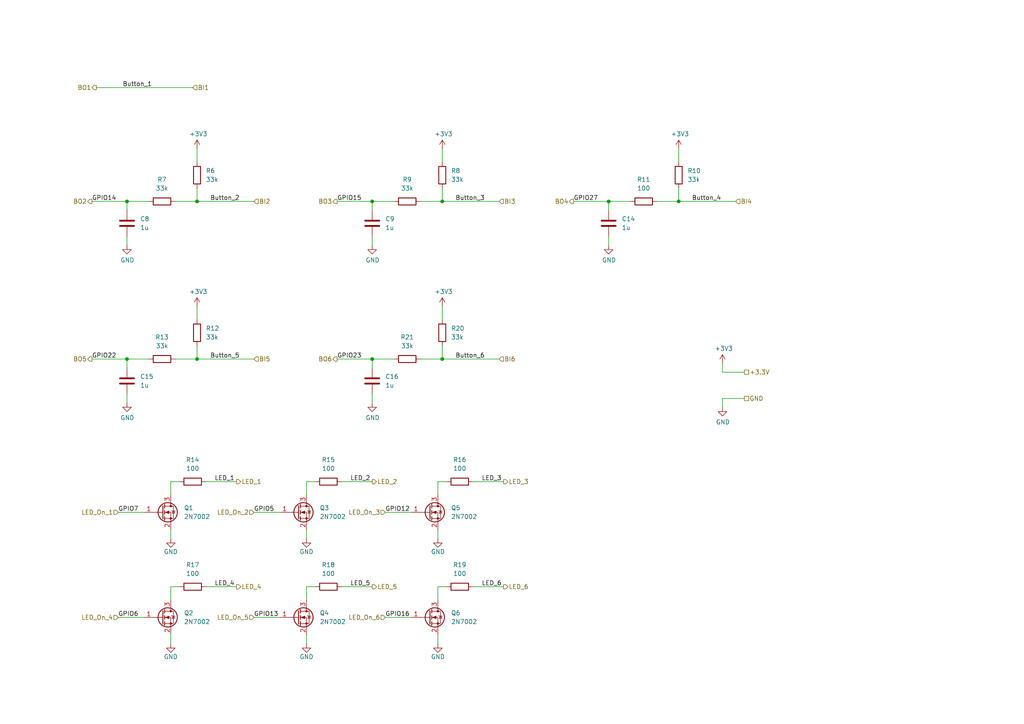
<source format=kicad_sch>
(kicad_sch (version 20211123) (generator eeschema)

  (uuid aa5196b4-9ff1-4a48-a2b4-69a655414ef5)

  (paper "A4")

  (lib_symbols
    (symbol "Device:C" (pin_numbers hide) (pin_names (offset 0.254)) (in_bom yes) (on_board yes)
      (property "Reference" "C" (id 0) (at 0.635 2.54 0)
        (effects (font (size 1.27 1.27)) (justify left))
      )
      (property "Value" "C" (id 1) (at 0.635 -2.54 0)
        (effects (font (size 1.27 1.27)) (justify left))
      )
      (property "Footprint" "" (id 2) (at 0.9652 -3.81 0)
        (effects (font (size 1.27 1.27)) hide)
      )
      (property "Datasheet" "~" (id 3) (at 0 0 0)
        (effects (font (size 1.27 1.27)) hide)
      )
      (property "ki_keywords" "cap capacitor" (id 4) (at 0 0 0)
        (effects (font (size 1.27 1.27)) hide)
      )
      (property "ki_description" "Unpolarized capacitor" (id 5) (at 0 0 0)
        (effects (font (size 1.27 1.27)) hide)
      )
      (property "ki_fp_filters" "C_*" (id 6) (at 0 0 0)
        (effects (font (size 1.27 1.27)) hide)
      )
      (symbol "C_0_1"
        (polyline
          (pts
            (xy -2.032 -0.762)
            (xy 2.032 -0.762)
          )
          (stroke (width 0.508) (type default) (color 0 0 0 0))
          (fill (type none))
        )
        (polyline
          (pts
            (xy -2.032 0.762)
            (xy 2.032 0.762)
          )
          (stroke (width 0.508) (type default) (color 0 0 0 0))
          (fill (type none))
        )
      )
      (symbol "C_1_1"
        (pin passive line (at 0 3.81 270) (length 2.794)
          (name "~" (effects (font (size 1.27 1.27))))
          (number "1" (effects (font (size 1.27 1.27))))
        )
        (pin passive line (at 0 -3.81 90) (length 2.794)
          (name "~" (effects (font (size 1.27 1.27))))
          (number "2" (effects (font (size 1.27 1.27))))
        )
      )
    )
    (symbol "Device:R" (pin_numbers hide) (pin_names (offset 0)) (in_bom yes) (on_board yes)
      (property "Reference" "R" (id 0) (at 2.032 0 90)
        (effects (font (size 1.27 1.27)))
      )
      (property "Value" "R" (id 1) (at 0 0 90)
        (effects (font (size 1.27 1.27)))
      )
      (property "Footprint" "" (id 2) (at -1.778 0 90)
        (effects (font (size 1.27 1.27)) hide)
      )
      (property "Datasheet" "~" (id 3) (at 0 0 0)
        (effects (font (size 1.27 1.27)) hide)
      )
      (property "ki_keywords" "R res resistor" (id 4) (at 0 0 0)
        (effects (font (size 1.27 1.27)) hide)
      )
      (property "ki_description" "Resistor" (id 5) (at 0 0 0)
        (effects (font (size 1.27 1.27)) hide)
      )
      (property "ki_fp_filters" "R_*" (id 6) (at 0 0 0)
        (effects (font (size 1.27 1.27)) hide)
      )
      (symbol "R_0_1"
        (rectangle (start -1.016 -2.54) (end 1.016 2.54)
          (stroke (width 0.254) (type default) (color 0 0 0 0))
          (fill (type none))
        )
      )
      (symbol "R_1_1"
        (pin passive line (at 0 3.81 270) (length 1.27)
          (name "~" (effects (font (size 1.27 1.27))))
          (number "1" (effects (font (size 1.27 1.27))))
        )
        (pin passive line (at 0 -3.81 90) (length 1.27)
          (name "~" (effects (font (size 1.27 1.27))))
          (number "2" (effects (font (size 1.27 1.27))))
        )
      )
    )
    (symbol "Transistor_FET:2N7002" (pin_names hide) (in_bom yes) (on_board yes)
      (property "Reference" "Q" (id 0) (at 5.08 1.905 0)
        (effects (font (size 1.27 1.27)) (justify left))
      )
      (property "Value" "2N7002" (id 1) (at 5.08 0 0)
        (effects (font (size 1.27 1.27)) (justify left))
      )
      (property "Footprint" "Package_TO_SOT_SMD:SOT-23" (id 2) (at 5.08 -1.905 0)
        (effects (font (size 1.27 1.27) italic) (justify left) hide)
      )
      (property "Datasheet" "https://www.onsemi.com/pub/Collateral/NDS7002A-D.PDF" (id 3) (at 0 0 0)
        (effects (font (size 1.27 1.27)) (justify left) hide)
      )
      (property "ki_keywords" "N-Channel Switching MOSFET" (id 4) (at 0 0 0)
        (effects (font (size 1.27 1.27)) hide)
      )
      (property "ki_description" "0.115A Id, 60V Vds, N-Channel MOSFET, SOT-23" (id 5) (at 0 0 0)
        (effects (font (size 1.27 1.27)) hide)
      )
      (property "ki_fp_filters" "SOT?23*" (id 6) (at 0 0 0)
        (effects (font (size 1.27 1.27)) hide)
      )
      (symbol "2N7002_0_1"
        (polyline
          (pts
            (xy 0.254 0)
            (xy -2.54 0)
          )
          (stroke (width 0) (type default) (color 0 0 0 0))
          (fill (type none))
        )
        (polyline
          (pts
            (xy 0.254 1.905)
            (xy 0.254 -1.905)
          )
          (stroke (width 0.254) (type default) (color 0 0 0 0))
          (fill (type none))
        )
        (polyline
          (pts
            (xy 0.762 -1.27)
            (xy 0.762 -2.286)
          )
          (stroke (width 0.254) (type default) (color 0 0 0 0))
          (fill (type none))
        )
        (polyline
          (pts
            (xy 0.762 0.508)
            (xy 0.762 -0.508)
          )
          (stroke (width 0.254) (type default) (color 0 0 0 0))
          (fill (type none))
        )
        (polyline
          (pts
            (xy 0.762 2.286)
            (xy 0.762 1.27)
          )
          (stroke (width 0.254) (type default) (color 0 0 0 0))
          (fill (type none))
        )
        (polyline
          (pts
            (xy 2.54 2.54)
            (xy 2.54 1.778)
          )
          (stroke (width 0) (type default) (color 0 0 0 0))
          (fill (type none))
        )
        (polyline
          (pts
            (xy 2.54 -2.54)
            (xy 2.54 0)
            (xy 0.762 0)
          )
          (stroke (width 0) (type default) (color 0 0 0 0))
          (fill (type none))
        )
        (polyline
          (pts
            (xy 0.762 -1.778)
            (xy 3.302 -1.778)
            (xy 3.302 1.778)
            (xy 0.762 1.778)
          )
          (stroke (width 0) (type default) (color 0 0 0 0))
          (fill (type none))
        )
        (polyline
          (pts
            (xy 1.016 0)
            (xy 2.032 0.381)
            (xy 2.032 -0.381)
            (xy 1.016 0)
          )
          (stroke (width 0) (type default) (color 0 0 0 0))
          (fill (type outline))
        )
        (polyline
          (pts
            (xy 2.794 0.508)
            (xy 2.921 0.381)
            (xy 3.683 0.381)
            (xy 3.81 0.254)
          )
          (stroke (width 0) (type default) (color 0 0 0 0))
          (fill (type none))
        )
        (polyline
          (pts
            (xy 3.302 0.381)
            (xy 2.921 -0.254)
            (xy 3.683 -0.254)
            (xy 3.302 0.381)
          )
          (stroke (width 0) (type default) (color 0 0 0 0))
          (fill (type none))
        )
        (circle (center 1.651 0) (radius 2.794)
          (stroke (width 0.254) (type default) (color 0 0 0 0))
          (fill (type none))
        )
        (circle (center 2.54 -1.778) (radius 0.254)
          (stroke (width 0) (type default) (color 0 0 0 0))
          (fill (type outline))
        )
        (circle (center 2.54 1.778) (radius 0.254)
          (stroke (width 0) (type default) (color 0 0 0 0))
          (fill (type outline))
        )
      )
      (symbol "2N7002_1_1"
        (pin input line (at -5.08 0 0) (length 2.54)
          (name "G" (effects (font (size 1.27 1.27))))
          (number "1" (effects (font (size 1.27 1.27))))
        )
        (pin passive line (at 2.54 -5.08 90) (length 2.54)
          (name "S" (effects (font (size 1.27 1.27))))
          (number "2" (effects (font (size 1.27 1.27))))
        )
        (pin passive line (at 2.54 5.08 270) (length 2.54)
          (name "D" (effects (font (size 1.27 1.27))))
          (number "3" (effects (font (size 1.27 1.27))))
        )
      )
    )
    (symbol "power:+3.3V" (power) (pin_names (offset 0)) (in_bom yes) (on_board yes)
      (property "Reference" "#PWR" (id 0) (at 0 -3.81 0)
        (effects (font (size 1.27 1.27)) hide)
      )
      (property "Value" "+3.3V" (id 1) (at 0 3.556 0)
        (effects (font (size 1.27 1.27)))
      )
      (property "Footprint" "" (id 2) (at 0 0 0)
        (effects (font (size 1.27 1.27)) hide)
      )
      (property "Datasheet" "" (id 3) (at 0 0 0)
        (effects (font (size 1.27 1.27)) hide)
      )
      (property "ki_keywords" "power-flag" (id 4) (at 0 0 0)
        (effects (font (size 1.27 1.27)) hide)
      )
      (property "ki_description" "Power symbol creates a global label with name \"+3.3V\"" (id 5) (at 0 0 0)
        (effects (font (size 1.27 1.27)) hide)
      )
      (symbol "+3.3V_0_1"
        (polyline
          (pts
            (xy -0.762 1.27)
            (xy 0 2.54)
          )
          (stroke (width 0) (type default) (color 0 0 0 0))
          (fill (type none))
        )
        (polyline
          (pts
            (xy 0 0)
            (xy 0 2.54)
          )
          (stroke (width 0) (type default) (color 0 0 0 0))
          (fill (type none))
        )
        (polyline
          (pts
            (xy 0 2.54)
            (xy 0.762 1.27)
          )
          (stroke (width 0) (type default) (color 0 0 0 0))
          (fill (type none))
        )
      )
      (symbol "+3.3V_1_1"
        (pin power_in line (at 0 0 90) (length 0) hide
          (name "+3V3" (effects (font (size 1.27 1.27))))
          (number "1" (effects (font (size 1.27 1.27))))
        )
      )
    )
    (symbol "power:GND" (power) (pin_names (offset 0)) (in_bom yes) (on_board yes)
      (property "Reference" "#PWR" (id 0) (at 0 -6.35 0)
        (effects (font (size 1.27 1.27)) hide)
      )
      (property "Value" "GND" (id 1) (at 0 -3.81 0)
        (effects (font (size 1.27 1.27)))
      )
      (property "Footprint" "" (id 2) (at 0 0 0)
        (effects (font (size 1.27 1.27)) hide)
      )
      (property "Datasheet" "" (id 3) (at 0 0 0)
        (effects (font (size 1.27 1.27)) hide)
      )
      (property "ki_keywords" "power-flag" (id 4) (at 0 0 0)
        (effects (font (size 1.27 1.27)) hide)
      )
      (property "ki_description" "Power symbol creates a global label with name \"GND\" , ground" (id 5) (at 0 0 0)
        (effects (font (size 1.27 1.27)) hide)
      )
      (symbol "GND_0_1"
        (polyline
          (pts
            (xy 0 0)
            (xy 0 -1.27)
            (xy 1.27 -1.27)
            (xy 0 -2.54)
            (xy -1.27 -1.27)
            (xy 0 -1.27)
          )
          (stroke (width 0) (type default) (color 0 0 0 0))
          (fill (type none))
        )
      )
      (symbol "GND_1_1"
        (pin power_in line (at 0 0 270) (length 0) hide
          (name "GND" (effects (font (size 1.27 1.27))))
          (number "1" (effects (font (size 1.27 1.27))))
        )
      )
    )
  )

  (junction (at 128.27 104.14) (diameter 0) (color 0 0 0 0)
    (uuid 3731cd5c-9d4b-4c71-967a-5230a61d391e)
  )
  (junction (at 36.83 104.14) (diameter 0) (color 0 0 0 0)
    (uuid 48016fe7-41f9-4df4-b141-98b6f1ec379b)
  )
  (junction (at 107.95 104.14) (diameter 0) (color 0 0 0 0)
    (uuid 5ef85e9c-6f0a-4b09-b638-2d227aaeae76)
  )
  (junction (at 57.15 58.42) (diameter 0) (color 0 0 0 0)
    (uuid 61f39aaf-adbf-4ee1-928c-8d9f32207bd3)
  )
  (junction (at 176.53 58.42) (diameter 0) (color 0 0 0 0)
    (uuid 6ebf2897-9606-4f4b-8d9b-b1bcbc9d6184)
  )
  (junction (at 57.15 104.14) (diameter 0) (color 0 0 0 0)
    (uuid ad3e859a-4b58-4079-907e-ce77b2706a9b)
  )
  (junction (at 36.83 58.42) (diameter 0) (color 0 0 0 0)
    (uuid cde7bc7b-69e5-44bd-83c8-1eb252f596c2)
  )
  (junction (at 107.95 58.42) (diameter 0) (color 0 0 0 0)
    (uuid d2e9346d-7a35-4cab-b8cc-557fd4e92c2d)
  )
  (junction (at 196.85 58.42) (diameter 0) (color 0 0 0 0)
    (uuid d82ebd40-ab54-4325-ab58-8be6321678d9)
  )
  (junction (at 128.27 58.42) (diameter 0) (color 0 0 0 0)
    (uuid e43b2896-6c9f-4ffb-9ba0-f1de9217a8a0)
  )

  (wire (pts (xy 128.27 54.61) (xy 128.27 58.42))
    (stroke (width 0) (type default) (color 0 0 0 0))
    (uuid 02f11925-479a-4f85-9732-48e5a44642b9)
  )
  (wire (pts (xy 36.83 106.68) (xy 36.83 104.14))
    (stroke (width 0) (type default) (color 0 0 0 0))
    (uuid 09228d1f-a923-4cfb-abe5-1e52be6e9de7)
  )
  (wire (pts (xy 127 184.15) (xy 127 186.69))
    (stroke (width 0) (type default) (color 0 0 0 0))
    (uuid 0c603b5b-0856-4a81-a8ef-877895e49e9a)
  )
  (wire (pts (xy 26.67 58.42) (xy 36.83 58.42))
    (stroke (width 0) (type default) (color 0 0 0 0))
    (uuid 0f95ea57-1537-4df0-a4f4-f1dc9869e7a8)
  )
  (wire (pts (xy 166.37 58.42) (xy 176.53 58.42))
    (stroke (width 0) (type default) (color 0 0 0 0))
    (uuid 13f42faa-4c06-46c4-8bc0-15bc85fcbc4a)
  )
  (wire (pts (xy 127 139.7) (xy 127 143.51))
    (stroke (width 0) (type default) (color 0 0 0 0))
    (uuid 212220b0-9712-474a-b818-2a21c9d8524e)
  )
  (wire (pts (xy 88.9 170.18) (xy 88.9 173.99))
    (stroke (width 0) (type default) (color 0 0 0 0))
    (uuid 229ae76e-99b0-4120-8275-1f1b45bb26ea)
  )
  (wire (pts (xy 137.16 170.18) (xy 146.05 170.18))
    (stroke (width 0) (type default) (color 0 0 0 0))
    (uuid 2477fafb-e300-4471-ae5f-d07f8855d7a8)
  )
  (wire (pts (xy 49.53 153.67) (xy 49.53 156.21))
    (stroke (width 0) (type default) (color 0 0 0 0))
    (uuid 2a916219-b541-409d-a6af-5d8a9a2646de)
  )
  (wire (pts (xy 36.83 68.58) (xy 36.83 71.12))
    (stroke (width 0) (type default) (color 0 0 0 0))
    (uuid 2c3237a7-d6e1-48b9-9db1-c5701c397681)
  )
  (wire (pts (xy 121.92 58.42) (xy 128.27 58.42))
    (stroke (width 0) (type default) (color 0 0 0 0))
    (uuid 2e6fa441-6ed5-489f-a920-214ae200c0d4)
  )
  (wire (pts (xy 27.94 25.4) (xy 55.88 25.4))
    (stroke (width 0) (type default) (color 0 0 0 0))
    (uuid 31314d1d-9350-4b36-a713-6afa84c82318)
  )
  (wire (pts (xy 128.27 100.33) (xy 128.27 104.14))
    (stroke (width 0) (type default) (color 0 0 0 0))
    (uuid 31cd0840-992f-4db9-8835-edcce1351510)
  )
  (wire (pts (xy 36.83 58.42) (xy 43.18 58.42))
    (stroke (width 0) (type default) (color 0 0 0 0))
    (uuid 3a321310-3771-417f-8d79-3eb632ac2b2b)
  )
  (wire (pts (xy 50.8 58.42) (xy 57.15 58.42))
    (stroke (width 0) (type default) (color 0 0 0 0))
    (uuid 3bca6314-bd84-4413-b253-6a11933203d0)
  )
  (wire (pts (xy 176.53 60.96) (xy 176.53 58.42))
    (stroke (width 0) (type default) (color 0 0 0 0))
    (uuid 3c7dcb87-41e8-43ba-96dc-02b197fdd5df)
  )
  (wire (pts (xy 36.83 60.96) (xy 36.83 58.42))
    (stroke (width 0) (type default) (color 0 0 0 0))
    (uuid 3ee10918-808b-4ac0-9304-0f830a25fc8d)
  )
  (wire (pts (xy 107.95 114.3) (xy 107.95 116.84))
    (stroke (width 0) (type default) (color 0 0 0 0))
    (uuid 41b95add-40e2-40a8-a298-45db4f5d3b40)
  )
  (wire (pts (xy 88.9 139.7) (xy 88.9 143.51))
    (stroke (width 0) (type default) (color 0 0 0 0))
    (uuid 42db4a32-0111-4e5b-aa84-ff172870ea7c)
  )
  (wire (pts (xy 26.67 104.14) (xy 36.83 104.14))
    (stroke (width 0) (type default) (color 0 0 0 0))
    (uuid 4a391483-35e2-4496-aea6-51c91e90d47b)
  )
  (wire (pts (xy 57.15 104.14) (xy 73.66 104.14))
    (stroke (width 0) (type default) (color 0 0 0 0))
    (uuid 4a5f200b-8584-4662-8635-7ca8db8dd465)
  )
  (wire (pts (xy 57.15 88.9) (xy 57.15 92.71))
    (stroke (width 0) (type default) (color 0 0 0 0))
    (uuid 4a942884-798c-43e4-b60a-73e28fbd72e1)
  )
  (wire (pts (xy 49.53 170.18) (xy 49.53 173.99))
    (stroke (width 0) (type default) (color 0 0 0 0))
    (uuid 4acb4821-6afd-490b-9a4e-41bb9d1bc5dd)
  )
  (wire (pts (xy 196.85 54.61) (xy 196.85 58.42))
    (stroke (width 0) (type default) (color 0 0 0 0))
    (uuid 4c5afe05-c743-4c90-90ea-7db3197bae9b)
  )
  (wire (pts (xy 121.92 104.14) (xy 128.27 104.14))
    (stroke (width 0) (type default) (color 0 0 0 0))
    (uuid 4fa74ecf-4634-4c14-ad85-91b32ec402ea)
  )
  (wire (pts (xy 91.44 170.18) (xy 88.9 170.18))
    (stroke (width 0) (type default) (color 0 0 0 0))
    (uuid 50baa751-38e7-411b-94d6-c549262c903a)
  )
  (wire (pts (xy 107.95 68.58) (xy 107.95 71.12))
    (stroke (width 0) (type default) (color 0 0 0 0))
    (uuid 522c9247-5684-4001-aad3-4416c39c5364)
  )
  (wire (pts (xy 34.29 148.59) (xy 41.91 148.59))
    (stroke (width 0) (type default) (color 0 0 0 0))
    (uuid 55a6fb7e-c45e-480c-9944-3c87b67e1cb0)
  )
  (wire (pts (xy 127 170.18) (xy 127 173.99))
    (stroke (width 0) (type default) (color 0 0 0 0))
    (uuid 63048ebf-a466-4d43-a545-dc0e1d13f0d0)
  )
  (wire (pts (xy 36.83 114.3) (xy 36.83 116.84))
    (stroke (width 0) (type default) (color 0 0 0 0))
    (uuid 63657f77-7e05-4113-8ea2-7eb2801e2407)
  )
  (wire (pts (xy 57.15 54.61) (xy 57.15 58.42))
    (stroke (width 0) (type default) (color 0 0 0 0))
    (uuid 657aab50-2678-4646-93ab-c3b680b9a365)
  )
  (wire (pts (xy 107.95 104.14) (xy 114.3 104.14))
    (stroke (width 0) (type default) (color 0 0 0 0))
    (uuid 66de906c-b243-4413-abbc-46442026a014)
  )
  (wire (pts (xy 137.16 139.7) (xy 146.05 139.7))
    (stroke (width 0) (type default) (color 0 0 0 0))
    (uuid 66e40e90-4790-4d7b-a841-f3d87783be6f)
  )
  (wire (pts (xy 57.15 100.33) (xy 57.15 104.14))
    (stroke (width 0) (type default) (color 0 0 0 0))
    (uuid 6a88cac5-f1e3-4338-855d-02819ca01491)
  )
  (wire (pts (xy 129.54 170.18) (xy 127 170.18))
    (stroke (width 0) (type default) (color 0 0 0 0))
    (uuid 6b409ed0-220f-415c-9b70-49e48171b28c)
  )
  (wire (pts (xy 49.53 139.7) (xy 49.53 143.51))
    (stroke (width 0) (type default) (color 0 0 0 0))
    (uuid 6c321fba-bafc-4849-8fff-4ee6f7e1d33d)
  )
  (wire (pts (xy 88.9 153.67) (xy 88.9 156.21))
    (stroke (width 0) (type default) (color 0 0 0 0))
    (uuid 6f9dc19b-ad56-4248-9e51-a789d277b335)
  )
  (wire (pts (xy 73.66 148.59) (xy 81.28 148.59))
    (stroke (width 0) (type default) (color 0 0 0 0))
    (uuid 724eb0b1-3da6-47c5-82f0-6d4f09d7587e)
  )
  (wire (pts (xy 52.07 139.7) (xy 49.53 139.7))
    (stroke (width 0) (type default) (color 0 0 0 0))
    (uuid 7613b462-87a5-45b0-b85a-3eb8d51d7db1)
  )
  (wire (pts (xy 107.95 58.42) (xy 114.3 58.42))
    (stroke (width 0) (type default) (color 0 0 0 0))
    (uuid 76a389c9-3296-4b74-81a1-bc7e5a73f512)
  )
  (wire (pts (xy 128.27 88.9) (xy 128.27 92.71))
    (stroke (width 0) (type default) (color 0 0 0 0))
    (uuid 7b779d7f-38a1-48f5-ba8d-7a9444473f00)
  )
  (wire (pts (xy 209.55 115.57) (xy 215.9 115.57))
    (stroke (width 0) (type default) (color 0 0 0 0))
    (uuid 7c2d84b3-b0b0-45a0-be35-f57aee9c9a48)
  )
  (wire (pts (xy 99.06 139.7) (xy 107.95 139.7))
    (stroke (width 0) (type default) (color 0 0 0 0))
    (uuid 7e47497c-5ab0-43c5-8e0b-30c3b9f62c46)
  )
  (wire (pts (xy 107.95 106.68) (xy 107.95 104.14))
    (stroke (width 0) (type default) (color 0 0 0 0))
    (uuid 7f9f995a-16ff-4d2c-b5d8-c81465cd9b32)
  )
  (wire (pts (xy 36.83 104.14) (xy 43.18 104.14))
    (stroke (width 0) (type default) (color 0 0 0 0))
    (uuid 810ce9fc-8a66-4527-9358-94c84f9d7e65)
  )
  (wire (pts (xy 128.27 58.42) (xy 144.78 58.42))
    (stroke (width 0) (type default) (color 0 0 0 0))
    (uuid 853425a8-d7c0-4333-bb8c-a805952a56da)
  )
  (wire (pts (xy 49.53 184.15) (xy 49.53 186.69))
    (stroke (width 0) (type default) (color 0 0 0 0))
    (uuid 8983f580-166a-43d3-9897-27b7d97af4a5)
  )
  (wire (pts (xy 128.27 43.18) (xy 128.27 46.99))
    (stroke (width 0) (type default) (color 0 0 0 0))
    (uuid 8a71a6f0-d7d6-4e74-bf03-0ccbf8fb5541)
  )
  (wire (pts (xy 52.07 170.18) (xy 49.53 170.18))
    (stroke (width 0) (type default) (color 0 0 0 0))
    (uuid 8bb09c8a-51a2-466e-9ee7-60ce431efa8a)
  )
  (wire (pts (xy 209.55 105.41) (xy 209.55 107.95))
    (stroke (width 0) (type default) (color 0 0 0 0))
    (uuid 97c8f66c-d4dd-4ce7-93de-a3a2f5ccd3d7)
  )
  (wire (pts (xy 129.54 139.7) (xy 127 139.7))
    (stroke (width 0) (type default) (color 0 0 0 0))
    (uuid 9fb867eb-0c8c-47c6-9237-421c229bcaff)
  )
  (wire (pts (xy 111.76 148.59) (xy 119.38 148.59))
    (stroke (width 0) (type default) (color 0 0 0 0))
    (uuid 9febccc3-8614-49a7-b0aa-defb0c77739a)
  )
  (wire (pts (xy 209.55 107.95) (xy 215.9 107.95))
    (stroke (width 0) (type default) (color 0 0 0 0))
    (uuid a126dc68-ee56-468f-8f86-588a41a6a5a3)
  )
  (wire (pts (xy 190.5 58.42) (xy 196.85 58.42))
    (stroke (width 0) (type default) (color 0 0 0 0))
    (uuid a5ce32cb-f25f-42a4-8a35-bc8e9453cda9)
  )
  (wire (pts (xy 99.06 170.18) (xy 107.95 170.18))
    (stroke (width 0) (type default) (color 0 0 0 0))
    (uuid b0bd723c-daa3-40f9-b64c-4f3d81c29577)
  )
  (wire (pts (xy 57.15 58.42) (xy 73.66 58.42))
    (stroke (width 0) (type default) (color 0 0 0 0))
    (uuid b2f01736-f923-4ca5-9287-145cd50f270f)
  )
  (wire (pts (xy 34.29 179.07) (xy 41.91 179.07))
    (stroke (width 0) (type default) (color 0 0 0 0))
    (uuid b92e27bb-c444-4a17-875b-bf7d3ffdf0e7)
  )
  (wire (pts (xy 88.9 184.15) (xy 88.9 186.69))
    (stroke (width 0) (type default) (color 0 0 0 0))
    (uuid ba07f0ad-0f74-4386-9306-d6f3c97fde16)
  )
  (wire (pts (xy 107.95 60.96) (xy 107.95 58.42))
    (stroke (width 0) (type default) (color 0 0 0 0))
    (uuid bd364256-2184-457f-98b3-feb9d61f88f7)
  )
  (wire (pts (xy 209.55 118.11) (xy 209.55 115.57))
    (stroke (width 0) (type default) (color 0 0 0 0))
    (uuid bd6726b1-3407-4045-b6fc-b3c1b55dc86c)
  )
  (wire (pts (xy 196.85 58.42) (xy 213.36 58.42))
    (stroke (width 0) (type default) (color 0 0 0 0))
    (uuid c456e8e4-903d-4fc7-a6c6-e048c0c074b0)
  )
  (wire (pts (xy 91.44 139.7) (xy 88.9 139.7))
    (stroke (width 0) (type default) (color 0 0 0 0))
    (uuid c6863657-76db-4981-8565-6f495412cd6d)
  )
  (wire (pts (xy 128.27 104.14) (xy 144.78 104.14))
    (stroke (width 0) (type default) (color 0 0 0 0))
    (uuid cb886a2d-7ea6-4e36-93f5-3070f4c4ca33)
  )
  (wire (pts (xy 59.69 170.18) (xy 68.58 170.18))
    (stroke (width 0) (type default) (color 0 0 0 0))
    (uuid d014f2e7-3ad1-4416-a608-0b222b7e9f5f)
  )
  (wire (pts (xy 97.79 104.14) (xy 107.95 104.14))
    (stroke (width 0) (type default) (color 0 0 0 0))
    (uuid d2fc39aa-7969-4b0e-8ae5-ca0eb629299e)
  )
  (wire (pts (xy 127 153.67) (xy 127 156.21))
    (stroke (width 0) (type default) (color 0 0 0 0))
    (uuid d3f70a69-354a-4f93-a919-0533832de032)
  )
  (wire (pts (xy 176.53 58.42) (xy 182.88 58.42))
    (stroke (width 0) (type default) (color 0 0 0 0))
    (uuid d6a1d949-1730-4da5-b43c-3dd6d011a9f3)
  )
  (wire (pts (xy 59.69 139.7) (xy 68.58 139.7))
    (stroke (width 0) (type default) (color 0 0 0 0))
    (uuid df203405-17fb-48d4-bdb4-a40432ed3e0b)
  )
  (wire (pts (xy 111.76 179.07) (xy 119.38 179.07))
    (stroke (width 0) (type default) (color 0 0 0 0))
    (uuid e5cc63ec-27bf-4ecc-ac69-937c9aef5f96)
  )
  (wire (pts (xy 97.79 58.42) (xy 107.95 58.42))
    (stroke (width 0) (type default) (color 0 0 0 0))
    (uuid ec34a7b6-7726-47b0-b708-0352bab121e0)
  )
  (wire (pts (xy 176.53 68.58) (xy 176.53 71.12))
    (stroke (width 0) (type default) (color 0 0 0 0))
    (uuid f63b7176-de3e-4958-a2f6-e2d64bd50f43)
  )
  (wire (pts (xy 73.66 179.07) (xy 81.28 179.07))
    (stroke (width 0) (type default) (color 0 0 0 0))
    (uuid f6ca18f2-ff45-44b4-8e0b-ff9e6b6a99f4)
  )
  (wire (pts (xy 57.15 43.18) (xy 57.15 46.99))
    (stroke (width 0) (type default) (color 0 0 0 0))
    (uuid f85ed3fb-6f66-4ea5-a6fc-2d288a5d155d)
  )
  (wire (pts (xy 196.85 43.18) (xy 196.85 46.99))
    (stroke (width 0) (type default) (color 0 0 0 0))
    (uuid fab26f45-b131-4f6c-bcf5-b97a2f3f0fac)
  )
  (wire (pts (xy 50.8 104.14) (xy 57.15 104.14))
    (stroke (width 0) (type default) (color 0 0 0 0))
    (uuid fc7bd1b3-c6bb-431a-b336-3f76185ca99b)
  )

  (label "GPIO5" (at 73.66 148.59 0)
    (effects (font (size 1.27 1.27)) (justify left bottom))
    (uuid 0fc33a6c-12c8-42b6-b504-fcea56791056)
  )
  (label "GPIO7" (at 34.29 148.59 0)
    (effects (font (size 1.27 1.27)) (justify left bottom))
    (uuid 0ff99257-1630-40eb-87af-9116baed6d8e)
  )
  (label "GPIO14" (at 26.67 58.42 0)
    (effects (font (size 1.27 1.27)) (justify left bottom))
    (uuid 240968d9-342e-44ee-b643-87a42d4c29bb)
  )
  (label "GPIO23" (at 97.79 104.14 0)
    (effects (font (size 1.27 1.27)) (justify left bottom))
    (uuid 35eda14c-3978-46fc-b368-fdc5d6b32ede)
  )
  (label "LED_3" (at 139.7 139.7 0)
    (effects (font (size 1.27 1.27)) (justify left bottom))
    (uuid 3df16b48-84eb-49fb-9b93-8966ffedd363)
  )
  (label "LED_1" (at 62.23 139.7 0)
    (effects (font (size 1.27 1.27)) (justify left bottom))
    (uuid 3e1c34df-9c51-4672-99ef-ac0cec6cda24)
  )
  (label "Button_6" (at 132.08 104.14 0)
    (effects (font (size 1.27 1.27)) (justify left bottom))
    (uuid 53bd1229-525b-4203-ab4e-fae59477dfb0)
  )
  (label "Button_5" (at 60.96 104.14 0)
    (effects (font (size 1.27 1.27)) (justify left bottom))
    (uuid 554676ec-f9c3-4387-a106-b9c9b96f5455)
  )
  (label "Button_3" (at 132.08 58.42 0)
    (effects (font (size 1.27 1.27)) (justify left bottom))
    (uuid 6cd8d16d-1477-4d67-bc4f-0ff69bd9b419)
  )
  (label "LED_4" (at 62.23 170.18 0)
    (effects (font (size 1.27 1.27)) (justify left bottom))
    (uuid 72695963-499b-439c-a95d-5636ac5c2520)
  )
  (label "GPIO16" (at 111.76 179.07 0)
    (effects (font (size 1.27 1.27)) (justify left bottom))
    (uuid 75dd1ee3-2ac0-487d-a635-bab75750f65e)
  )
  (label "GPIO13" (at 73.66 179.07 0)
    (effects (font (size 1.27 1.27)) (justify left bottom))
    (uuid 7e0cf247-5586-4edb-ba49-c2590a23bd00)
  )
  (label "LED_5" (at 101.6 170.18 0)
    (effects (font (size 1.27 1.27)) (justify left bottom))
    (uuid 7e9eb9b0-242a-4a7b-b224-0263d02d5748)
  )
  (label "GPIO15" (at 97.79 58.42 0)
    (effects (font (size 1.27 1.27)) (justify left bottom))
    (uuid 7f58e035-41f6-441f-b8df-35e71e5cafd3)
  )
  (label "GPIO12" (at 111.76 148.59 0)
    (effects (font (size 1.27 1.27)) (justify left bottom))
    (uuid 8262e53f-4e05-4c5a-94ab-1c40ca02c4e6)
  )
  (label "GPIO27" (at 166.37 58.42 0)
    (effects (font (size 1.27 1.27)) (justify left bottom))
    (uuid 880b2265-cc18-417d-aa6f-1ec95b3e44a9)
  )
  (label "Button_1" (at 35.56 25.4 0)
    (effects (font (size 1.27 1.27)) (justify left bottom))
    (uuid 95d0f523-c913-4b53-828a-330944084b96)
  )
  (label "Button_4" (at 200.66 58.42 0)
    (effects (font (size 1.27 1.27)) (justify left bottom))
    (uuid bd35aaa4-cec4-4fb9-9780-c14564b07e5a)
  )
  (label "LED_2" (at 101.6 139.7 0)
    (effects (font (size 1.27 1.27)) (justify left bottom))
    (uuid c7856381-f01e-4e67-8951-e485ef50f83a)
  )
  (label "GPIO22" (at 26.67 104.14 0)
    (effects (font (size 1.27 1.27)) (justify left bottom))
    (uuid cfa73ca1-3b3c-45f7-a251-fd28db54393f)
  )
  (label "GPIO6" (at 34.29 179.07 0)
    (effects (font (size 1.27 1.27)) (justify left bottom))
    (uuid ef4402a5-9363-42ac-8b74-47d712e2dcba)
  )
  (label "Button_2" (at 60.96 58.42 0)
    (effects (font (size 1.27 1.27)) (justify left bottom))
    (uuid f639738f-bfde-401f-981e-d5ba627ae185)
  )
  (label "LED_6" (at 139.7 170.18 0)
    (effects (font (size 1.27 1.27)) (justify left bottom))
    (uuid f8531c45-6464-4c29-b981-9345f95b679f)
  )

  (hierarchical_label "BI6" (shape input) (at 144.78 104.14 0)
    (effects (font (size 1.27 1.27)) (justify left))
    (uuid 02035f49-5f01-4573-9e8f-b91a97fe2833)
  )
  (hierarchical_label "LED_On_5" (shape input) (at 73.66 179.07 180)
    (effects (font (size 1.27 1.27)) (justify right))
    (uuid 095129d3-2aae-4a6d-bcb2-7f52ef3ab2b9)
  )
  (hierarchical_label "+3.3V" (shape passive) (at 215.9 107.95 0)
    (effects (font (size 1.27 1.27)) (justify left))
    (uuid 0ba5dc8e-f4a7-46c5-8770-47452e728923)
  )
  (hierarchical_label "LED_On_1" (shape input) (at 34.29 148.59 180)
    (effects (font (size 1.27 1.27)) (justify right))
    (uuid 1044b2bf-6acb-4c2c-8b0b-2fbfe7253d14)
  )
  (hierarchical_label "LED_On_6" (shape input) (at 111.76 179.07 180)
    (effects (font (size 1.27 1.27)) (justify right))
    (uuid 1058b6d0-ea44-48a6-9282-48703a0dd866)
  )
  (hierarchical_label "LED_4" (shape output) (at 68.58 170.18 0)
    (effects (font (size 1.27 1.27)) (justify left))
    (uuid 16e92b9e-bee0-4790-9d4a-d7284d76fafb)
  )
  (hierarchical_label "LED_1" (shape output) (at 68.58 139.7 0)
    (effects (font (size 1.27 1.27)) (justify left))
    (uuid 186f5e1c-1815-4980-9e14-4062cdfb7787)
  )
  (hierarchical_label "BO4" (shape output) (at 166.37 58.42 180)
    (effects (font (size 1.27 1.27)) (justify right))
    (uuid 1da89263-b7f6-4a0a-9759-d8666698bf8a)
  )
  (hierarchical_label "BO5" (shape output) (at 26.67 104.14 180)
    (effects (font (size 1.27 1.27)) (justify right))
    (uuid 2ef10033-afa5-47ab-8e60-24e24a11ffba)
  )
  (hierarchical_label "BI1" (shape input) (at 55.88 25.4 0)
    (effects (font (size 1.27 1.27)) (justify left))
    (uuid 42a59a30-8d03-4f28-808d-856a223f9b8e)
  )
  (hierarchical_label "LED_On_4" (shape input) (at 34.29 179.07 180)
    (effects (font (size 1.27 1.27)) (justify right))
    (uuid 47ea9de2-47b6-4f88-9391-e53e211eb52f)
  )
  (hierarchical_label "LED_5" (shape output) (at 107.95 170.18 0)
    (effects (font (size 1.27 1.27)) (justify left))
    (uuid 50739c5e-67f4-4a96-a997-7c57c8048363)
  )
  (hierarchical_label "BO3" (shape output) (at 97.79 58.42 180)
    (effects (font (size 1.27 1.27)) (justify right))
    (uuid 6a140844-aaf3-46ee-815d-3c9f0607d63a)
  )
  (hierarchical_label "LED_On_3" (shape input) (at 111.76 148.59 180)
    (effects (font (size 1.27 1.27)) (justify right))
    (uuid 76e026a3-8f55-4d9e-bf3f-4df565e4f6f1)
  )
  (hierarchical_label "BI3" (shape input) (at 144.78 58.42 0)
    (effects (font (size 1.27 1.27)) (justify left))
    (uuid 86e285af-4a4f-4023-851b-62e2c10ab195)
  )
  (hierarchical_label "BO6" (shape output) (at 97.79 104.14 180)
    (effects (font (size 1.27 1.27)) (justify right))
    (uuid 9674e06d-a8b3-4c40-b54b-ffe50c12c9c5)
  )
  (hierarchical_label "GND" (shape passive) (at 215.9 115.57 0)
    (effects (font (size 1.27 1.27)) (justify left))
    (uuid 9fa3282f-b3d6-4058-8b72-ba467d484330)
  )
  (hierarchical_label "BI2" (shape input) (at 73.66 58.42 0)
    (effects (font (size 1.27 1.27)) (justify left))
    (uuid a1bc4eb6-1aba-499b-9e9c-e83e4f99470e)
  )
  (hierarchical_label "LED_3" (shape output) (at 146.05 139.7 0)
    (effects (font (size 1.27 1.27)) (justify left))
    (uuid af19fc0f-6fc9-4b9e-98e7-cfdf72c5dae0)
  )
  (hierarchical_label "BO2" (shape output) (at 26.67 58.42 180)
    (effects (font (size 1.27 1.27)) (justify right))
    (uuid b9315928-d4fe-42ad-bde6-e5ef47983c90)
  )
  (hierarchical_label "LED_On_2" (shape input) (at 73.66 148.59 180)
    (effects (font (size 1.27 1.27)) (justify right))
    (uuid bc4ab674-dd23-4b0d-982d-043764517e76)
  )
  (hierarchical_label "BI4" (shape input) (at 213.36 58.42 0)
    (effects (font (size 1.27 1.27)) (justify left))
    (uuid be72349f-e16d-4abf-ba7b-f694d26fd486)
  )
  (hierarchical_label "LED_2" (shape output) (at 107.95 139.7 0)
    (effects (font (size 1.27 1.27)) (justify left))
    (uuid c362c47e-cf87-418f-b23c-56d3a7ba0e7a)
  )
  (hierarchical_label "LED_6" (shape output) (at 146.05 170.18 0)
    (effects (font (size 1.27 1.27)) (justify left))
    (uuid c3782d86-eadb-458b-9cf7-fef8a8a38c34)
  )
  (hierarchical_label "BO1" (shape output) (at 27.94 25.4 180)
    (effects (font (size 1.27 1.27)) (justify right))
    (uuid cc3b0d91-57f5-4a83-8815-de9c95286c64)
  )
  (hierarchical_label "BI5" (shape input) (at 73.66 104.14 0)
    (effects (font (size 1.27 1.27)) (justify left))
    (uuid f7f15433-1ddb-41ff-8f0e-fb4df5b178a5)
  )

  (symbol (lib_id "Device:R") (at 57.15 96.52 180) (unit 1)
    (in_bom yes) (on_board yes) (fields_autoplaced)
    (uuid 177dfe5e-a456-4370-a98f-6d1449ead623)
    (property "Reference" "R12" (id 0) (at 59.69 95.2499 0)
      (effects (font (size 1.27 1.27)) (justify right))
    )
    (property "Value" "33k" (id 1) (at 59.69 97.7899 0)
      (effects (font (size 1.27 1.27)) (justify right))
    )
    (property "Footprint" "Resistor_SMD:R_0603_1608Metric_Pad0.98x0.95mm_HandSolder" (id 2) (at 58.928 96.52 90)
      (effects (font (size 1.27 1.27)) hide)
    )
    (property "Datasheet" "~" (id 3) (at 57.15 96.52 0)
      (effects (font (size 1.27 1.27)) hide)
    )
    (pin "1" (uuid 2cbf6525-0c5f-49ef-833e-c50579c95541))
    (pin "2" (uuid 02a6b60d-aa5e-4321-94f1-a0628950438d))
  )

  (symbol (lib_id "Device:R") (at 46.99 104.14 90) (unit 1)
    (in_bom yes) (on_board yes) (fields_autoplaced)
    (uuid 2dd4199c-0082-491c-9dfd-17402eb91678)
    (property "Reference" "R13" (id 0) (at 46.99 97.79 90))
    (property "Value" "33k" (id 1) (at 46.99 100.33 90))
    (property "Footprint" "Resistor_SMD:R_0603_1608Metric_Pad0.98x0.95mm_HandSolder" (id 2) (at 46.99 105.918 90)
      (effects (font (size 1.27 1.27)) hide)
    )
    (property "Datasheet" "~" (id 3) (at 46.99 104.14 0)
      (effects (font (size 1.27 1.27)) hide)
    )
    (pin "1" (uuid da124d74-9f75-4218-9d03-7920e93d95a2))
    (pin "2" (uuid 047192ad-9d7d-44c1-872a-05b1dfaef6be))
  )

  (symbol (lib_id "Device:R") (at 133.35 139.7 90) (unit 1)
    (in_bom yes) (on_board yes) (fields_autoplaced)
    (uuid 3b013da0-f770-4e50-aeea-6fb0edec64f3)
    (property "Reference" "R16" (id 0) (at 133.35 133.35 90))
    (property "Value" "100" (id 1) (at 133.35 135.89 90))
    (property "Footprint" "Resistor_SMD:R_0603_1608Metric_Pad0.98x0.95mm_HandSolder" (id 2) (at 133.35 141.478 90)
      (effects (font (size 1.27 1.27)) hide)
    )
    (property "Datasheet" "~" (id 3) (at 133.35 139.7 0)
      (effects (font (size 1.27 1.27)) hide)
    )
    (pin "1" (uuid 6b560e95-dee1-4152-bda5-a1624ef5adf6))
    (pin "2" (uuid c0da34f9-37d3-46db-9c59-010dd9501ad4))
  )

  (symbol (lib_id "Device:C") (at 107.95 64.77 0) (unit 1)
    (in_bom yes) (on_board yes) (fields_autoplaced)
    (uuid 3e2d9b8c-ad73-4c4b-92fd-03315701c44c)
    (property "Reference" "C9" (id 0) (at 111.76 63.4999 0)
      (effects (font (size 1.27 1.27)) (justify left))
    )
    (property "Value" "1u" (id 1) (at 111.76 66.0399 0)
      (effects (font (size 1.27 1.27)) (justify left))
    )
    (property "Footprint" "Capacitor_SMD:C_0603_1608Metric_Pad1.08x0.95mm_HandSolder" (id 2) (at 108.9152 68.58 0)
      (effects (font (size 1.27 1.27)) hide)
    )
    (property "Datasheet" "~" (id 3) (at 107.95 64.77 0)
      (effects (font (size 1.27 1.27)) hide)
    )
    (pin "1" (uuid dda9de4f-d4f9-440a-8bbe-a8c4d5ba0fe6))
    (pin "2" (uuid ba958003-f37e-4d9b-8790-3489ccd192a3))
  )

  (symbol (lib_id "Device:R") (at 128.27 96.52 180) (unit 1)
    (in_bom yes) (on_board yes) (fields_autoplaced)
    (uuid 41a3b343-feac-428c-8830-793c7e3f1ef5)
    (property "Reference" "R20" (id 0) (at 130.81 95.2499 0)
      (effects (font (size 1.27 1.27)) (justify right))
    )
    (property "Value" "33k" (id 1) (at 130.81 97.7899 0)
      (effects (font (size 1.27 1.27)) (justify right))
    )
    (property "Footprint" "Resistor_SMD:R_0603_1608Metric_Pad0.98x0.95mm_HandSolder" (id 2) (at 130.048 96.52 90)
      (effects (font (size 1.27 1.27)) hide)
    )
    (property "Datasheet" "~" (id 3) (at 128.27 96.52 0)
      (effects (font (size 1.27 1.27)) hide)
    )
    (pin "1" (uuid a6d3d966-892c-4ded-a704-27c5cb04f7ec))
    (pin "2" (uuid 2672e7c2-dd24-4b22-8b16-b404130537ed))
  )

  (symbol (lib_id "power:GND") (at 88.9 186.69 0) (unit 1)
    (in_bom yes) (on_board yes)
    (uuid 455afdf8-e8f6-4f25-8c20-6c37cccb3fba)
    (property "Reference" "#PWR0147" (id 0) (at 88.9 193.04 0)
      (effects (font (size 1.27 1.27)) hide)
    )
    (property "Value" "GND" (id 1) (at 88.9 190.5 0))
    (property "Footprint" "" (id 2) (at 88.9 186.69 0))
    (property "Datasheet" "" (id 3) (at 88.9 186.69 0))
    (pin "1" (uuid 37b166f6-1311-4473-b67f-ced394846e3c))
  )

  (symbol (lib_id "power:GND") (at 127 156.21 0) (unit 1)
    (in_bom yes) (on_board yes)
    (uuid 46d1f869-c5f4-4f1f-a05d-4c56015cce60)
    (property "Reference" "#PWR0148" (id 0) (at 127 162.56 0)
      (effects (font (size 1.27 1.27)) hide)
    )
    (property "Value" "GND" (id 1) (at 127 160.02 0))
    (property "Footprint" "" (id 2) (at 127 156.21 0))
    (property "Datasheet" "" (id 3) (at 127 156.21 0))
    (pin "1" (uuid 2aef768c-6346-47a4-886d-e8aad8bb52a7))
  )

  (symbol (lib_id "Device:R") (at 95.25 170.18 90) (unit 1)
    (in_bom yes) (on_board yes) (fields_autoplaced)
    (uuid 477bc67e-c65c-4f5d-826c-856e69626f98)
    (property "Reference" "R18" (id 0) (at 95.25 163.83 90))
    (property "Value" "100" (id 1) (at 95.25 166.37 90))
    (property "Footprint" "Resistor_SMD:R_0603_1608Metric_Pad0.98x0.95mm_HandSolder" (id 2) (at 95.25 171.958 90)
      (effects (font (size 1.27 1.27)) hide)
    )
    (property "Datasheet" "~" (id 3) (at 95.25 170.18 0)
      (effects (font (size 1.27 1.27)) hide)
    )
    (pin "1" (uuid 692f2ef1-d072-4525-9b93-b536440facb0))
    (pin "2" (uuid d71ef8e0-b6e1-4da8-8a21-4cab490f22de))
  )

  (symbol (lib_id "Transistor_FET:2N7002") (at 124.46 179.07 0) (unit 1)
    (in_bom yes) (on_board yes) (fields_autoplaced)
    (uuid 4f08d805-a6f4-40d3-93bf-91c74581397d)
    (property "Reference" "Q6" (id 0) (at 130.81 177.7999 0)
      (effects (font (size 1.27 1.27)) (justify left))
    )
    (property "Value" "2N7002" (id 1) (at 130.81 180.3399 0)
      (effects (font (size 1.27 1.27)) (justify left))
    )
    (property "Footprint" "Package_TO_SOT_SMD:SOT-23" (id 2) (at 129.54 180.975 0)
      (effects (font (size 1.27 1.27) italic) (justify left) hide)
    )
    (property "Datasheet" "https://www.onsemi.com/pub/Collateral/NDS7002A-D.PDF" (id 3) (at 124.46 179.07 0)
      (effects (font (size 1.27 1.27)) (justify left) hide)
    )
    (pin "1" (uuid bc47e500-bf5e-435d-85f8-7819fbbdf9ee))
    (pin "2" (uuid f66f8aa0-e644-455d-99a0-41c0188986c7))
    (pin "3" (uuid aaa1420f-37e1-4606-9f95-523b1a3ca888))
  )

  (symbol (lib_id "power:GND") (at 107.95 116.84 0) (unit 1)
    (in_bom yes) (on_board yes)
    (uuid 520e1198-0231-4086-bb48-44c1e1231ce2)
    (property "Reference" "#PWR0118" (id 0) (at 107.95 123.19 0)
      (effects (font (size 1.27 1.27)) hide)
    )
    (property "Value" "GND" (id 1) (at 108.0643 121.1644 0))
    (property "Footprint" "" (id 2) (at 107.95 116.84 0))
    (property "Datasheet" "" (id 3) (at 107.95 116.84 0))
    (pin "1" (uuid 29545d9b-d1a1-414d-afc2-8961352136f9))
  )

  (symbol (lib_id "power:+3.3V") (at 128.27 88.9 0) (unit 1)
    (in_bom yes) (on_board yes)
    (uuid 543301a9-e84c-418b-96f1-19782326867b)
    (property "Reference" "#PWR0119" (id 0) (at 128.27 92.71 0)
      (effects (font (size 1.27 1.27)) hide)
    )
    (property "Value" "+3.3V" (id 1) (at 128.6383 84.5756 0))
    (property "Footprint" "" (id 2) (at 128.27 88.9 0))
    (property "Datasheet" "" (id 3) (at 128.27 88.9 0))
    (pin "1" (uuid 47f95a75-e050-4a52-a030-6ee8b39af9df))
  )

  (symbol (lib_id "Device:R") (at 57.15 50.8 180) (unit 1)
    (in_bom yes) (on_board yes) (fields_autoplaced)
    (uuid 56d64c6b-3e6e-4527-9989-8e51ca646deb)
    (property "Reference" "R6" (id 0) (at 59.69 49.5299 0)
      (effects (font (size 1.27 1.27)) (justify right))
    )
    (property "Value" "33k" (id 1) (at 59.69 52.0699 0)
      (effects (font (size 1.27 1.27)) (justify right))
    )
    (property "Footprint" "Resistor_SMD:R_0603_1608Metric_Pad0.98x0.95mm_HandSolder" (id 2) (at 58.928 50.8 90)
      (effects (font (size 1.27 1.27)) hide)
    )
    (property "Datasheet" "~" (id 3) (at 57.15 50.8 0)
      (effects (font (size 1.27 1.27)) hide)
    )
    (pin "1" (uuid 892cc0a7-a5ed-4e23-ad93-ba8bc44d60db))
    (pin "2" (uuid 8dcf730e-09e7-4fb6-b093-afe20b306a0e))
  )

  (symbol (lib_id "power:GND") (at 36.83 71.12 0) (unit 1)
    (in_bom yes) (on_board yes)
    (uuid 593cd00f-52c0-4f17-aae7-ed066563285f)
    (property "Reference" "#PWR0102" (id 0) (at 36.83 77.47 0)
      (effects (font (size 1.27 1.27)) hide)
    )
    (property "Value" "GND" (id 1) (at 36.9443 75.4444 0))
    (property "Footprint" "" (id 2) (at 36.83 71.12 0))
    (property "Datasheet" "" (id 3) (at 36.83 71.12 0))
    (pin "1" (uuid 22fa83b4-6e47-425c-a986-7f53bab5029c))
  )

  (symbol (lib_id "power:+3.3V") (at 209.55 105.41 0) (unit 1)
    (in_bom yes) (on_board yes)
    (uuid 5a1dcda3-2f4b-4f11-975b-4a47d6740967)
    (property "Reference" "#PWR0160" (id 0) (at 209.55 109.22 0)
      (effects (font (size 1.27 1.27)) hide)
    )
    (property "Value" "+3.3V" (id 1) (at 209.9183 101.0856 0))
    (property "Footprint" "" (id 2) (at 209.55 105.41 0))
    (property "Datasheet" "" (id 3) (at 209.55 105.41 0))
    (pin "1" (uuid dcbc3273-ff6b-4a02-948f-791d6ef5d230))
  )

  (symbol (lib_id "Device:R") (at 46.99 58.42 90) (unit 1)
    (in_bom yes) (on_board yes) (fields_autoplaced)
    (uuid 6289626c-04d5-4346-b23a-80793167cdb2)
    (property "Reference" "R7" (id 0) (at 46.99 52.07 90))
    (property "Value" "33k" (id 1) (at 46.99 54.61 90))
    (property "Footprint" "Resistor_SMD:R_0603_1608Metric_Pad0.98x0.95mm_HandSolder" (id 2) (at 46.99 60.198 90)
      (effects (font (size 1.27 1.27)) hide)
    )
    (property "Datasheet" "~" (id 3) (at 46.99 58.42 0)
      (effects (font (size 1.27 1.27)) hide)
    )
    (pin "1" (uuid 49fe59d8-0d34-4f2b-a07f-2c64f7ee409f))
    (pin "2" (uuid d3a21e6a-043d-452e-a480-7ed3213e08e6))
  )

  (symbol (lib_id "power:GND") (at 107.95 71.12 0) (unit 1)
    (in_bom yes) (on_board yes)
    (uuid 6b7fde8d-cef0-451e-9ed4-efb1e86d707a)
    (property "Reference" "#PWR0117" (id 0) (at 107.95 77.47 0)
      (effects (font (size 1.27 1.27)) hide)
    )
    (property "Value" "GND" (id 1) (at 108.0643 75.4444 0))
    (property "Footprint" "" (id 2) (at 107.95 71.12 0))
    (property "Datasheet" "" (id 3) (at 107.95 71.12 0))
    (pin "1" (uuid 18810c94-4751-4fda-92d4-ae8f37a1c01b))
  )

  (symbol (lib_id "power:GND") (at 49.53 186.69 0) (unit 1)
    (in_bom yes) (on_board yes)
    (uuid 7720b12f-ddcd-425d-81e8-8b1c778946e6)
    (property "Reference" "#PWR0149" (id 0) (at 49.53 193.04 0)
      (effects (font (size 1.27 1.27)) hide)
    )
    (property "Value" "GND" (id 1) (at 49.53 190.5 0))
    (property "Footprint" "" (id 2) (at 49.53 186.69 0))
    (property "Datasheet" "" (id 3) (at 49.53 186.69 0))
    (pin "1" (uuid c649b215-9db9-4cc9-920f-a340841dbd8d))
  )

  (symbol (lib_id "Transistor_FET:2N7002") (at 86.36 179.07 0) (unit 1)
    (in_bom yes) (on_board yes) (fields_autoplaced)
    (uuid 7b82d3c7-390b-44d1-a6d4-71984ea2c4de)
    (property "Reference" "Q4" (id 0) (at 92.71 177.7999 0)
      (effects (font (size 1.27 1.27)) (justify left))
    )
    (property "Value" "2N7002" (id 1) (at 92.71 180.3399 0)
      (effects (font (size 1.27 1.27)) (justify left))
    )
    (property "Footprint" "Package_TO_SOT_SMD:SOT-23" (id 2) (at 91.44 180.975 0)
      (effects (font (size 1.27 1.27) italic) (justify left) hide)
    )
    (property "Datasheet" "https://www.onsemi.com/pub/Collateral/NDS7002A-D.PDF" (id 3) (at 86.36 179.07 0)
      (effects (font (size 1.27 1.27)) (justify left) hide)
    )
    (pin "1" (uuid 1b917baf-2071-4eb3-bbb5-5c6940b771dd))
    (pin "2" (uuid 68d4a71d-019b-4732-ad83-c1ac6cf1f367))
    (pin "3" (uuid bb85a760-eb45-4d9f-a048-4b7fe462afbb))
  )

  (symbol (lib_id "power:GND") (at 209.55 118.11 0) (unit 1)
    (in_bom yes) (on_board yes)
    (uuid 8191612f-4650-427a-879b-5ff16d789733)
    (property "Reference" "#PWR0159" (id 0) (at 209.55 124.46 0)
      (effects (font (size 1.27 1.27)) hide)
    )
    (property "Value" "GND" (id 1) (at 209.6643 122.4344 0))
    (property "Footprint" "" (id 2) (at 209.55 118.11 0))
    (property "Datasheet" "" (id 3) (at 209.55 118.11 0))
    (pin "1" (uuid 6035571c-7b5e-4b3e-bd90-d79d3e45cbc2))
  )

  (symbol (lib_id "power:GND") (at 88.9 156.21 0) (unit 1)
    (in_bom yes) (on_board yes)
    (uuid 8435c549-a3d0-45ed-86cb-7dac037e0730)
    (property "Reference" "#PWR0145" (id 0) (at 88.9 162.56 0)
      (effects (font (size 1.27 1.27)) hide)
    )
    (property "Value" "GND" (id 1) (at 88.9 160.02 0))
    (property "Footprint" "" (id 2) (at 88.9 156.21 0))
    (property "Datasheet" "" (id 3) (at 88.9 156.21 0))
    (pin "1" (uuid 64fc9757-e355-4cf9-a532-750cb04a5ffa))
  )

  (symbol (lib_id "Device:R") (at 95.25 139.7 90) (unit 1)
    (in_bom yes) (on_board yes) (fields_autoplaced)
    (uuid 8eac652a-24ff-484e-8417-f82ab6d5ce5c)
    (property "Reference" "R15" (id 0) (at 95.25 133.35 90))
    (property "Value" "100" (id 1) (at 95.25 135.89 90))
    (property "Footprint" "Resistor_SMD:R_0603_1608Metric_Pad0.98x0.95mm_HandSolder" (id 2) (at 95.25 141.478 90)
      (effects (font (size 1.27 1.27)) hide)
    )
    (property "Datasheet" "~" (id 3) (at 95.25 139.7 0)
      (effects (font (size 1.27 1.27)) hide)
    )
    (pin "1" (uuid 912409ea-0e54-4dad-b511-1f1076c55cbf))
    (pin "2" (uuid 6f912197-08f3-47d0-9f2e-4338586432eb))
  )

  (symbol (lib_id "power:+3.3V") (at 128.27 43.18 0) (unit 1)
    (in_bom yes) (on_board yes)
    (uuid 988913bb-4c9c-4ed5-bf92-06d836530f85)
    (property "Reference" "#PWR0106" (id 0) (at 128.27 46.99 0)
      (effects (font (size 1.27 1.27)) hide)
    )
    (property "Value" "+3.3V" (id 1) (at 128.6383 38.8556 0))
    (property "Footprint" "" (id 2) (at 128.27 43.18 0))
    (property "Datasheet" "" (id 3) (at 128.27 43.18 0))
    (pin "1" (uuid c55d47b9-b00b-48a5-86ff-ba62922bc7f1))
  )

  (symbol (lib_id "Device:R") (at 55.88 139.7 90) (unit 1)
    (in_bom yes) (on_board yes) (fields_autoplaced)
    (uuid 99a50ead-e275-425f-af74-f4ccec445322)
    (property "Reference" "R14" (id 0) (at 55.88 133.35 90))
    (property "Value" "100" (id 1) (at 55.88 135.89 90))
    (property "Footprint" "Resistor_SMD:R_0603_1608Metric_Pad0.98x0.95mm_HandSolder" (id 2) (at 55.88 141.478 90)
      (effects (font (size 1.27 1.27)) hide)
    )
    (property "Datasheet" "~" (id 3) (at 55.88 139.7 0)
      (effects (font (size 1.27 1.27)) hide)
    )
    (pin "1" (uuid 85f1bcf3-7264-48d2-93c4-33af313b05de))
    (pin "2" (uuid 20a5ef69-50a0-4f12-a7e5-b92d4ec4368d))
  )

  (symbol (lib_id "Device:R") (at 128.27 50.8 180) (unit 1)
    (in_bom yes) (on_board yes) (fields_autoplaced)
    (uuid 9c89a859-54ec-44bf-af3c-b9ca965d88b1)
    (property "Reference" "R8" (id 0) (at 130.81 49.5299 0)
      (effects (font (size 1.27 1.27)) (justify right))
    )
    (property "Value" "33k" (id 1) (at 130.81 52.0699 0)
      (effects (font (size 1.27 1.27)) (justify right))
    )
    (property "Footprint" "Resistor_SMD:R_0603_1608Metric_Pad0.98x0.95mm_HandSolder" (id 2) (at 130.048 50.8 90)
      (effects (font (size 1.27 1.27)) hide)
    )
    (property "Datasheet" "~" (id 3) (at 128.27 50.8 0)
      (effects (font (size 1.27 1.27)) hide)
    )
    (pin "1" (uuid b8c3fca7-25ff-4470-9e14-6baa6d8b0c95))
    (pin "2" (uuid fa36bf06-4f74-4dfb-ac26-83f9640b54f6))
  )

  (symbol (lib_id "Device:R") (at 196.85 50.8 180) (unit 1)
    (in_bom yes) (on_board yes) (fields_autoplaced)
    (uuid 9dbdb95b-9033-42fb-87cc-77ca96293d52)
    (property "Reference" "R10" (id 0) (at 199.39 49.5299 0)
      (effects (font (size 1.27 1.27)) (justify right))
    )
    (property "Value" "33k" (id 1) (at 199.39 52.0699 0)
      (effects (font (size 1.27 1.27)) (justify right))
    )
    (property "Footprint" "Resistor_SMD:R_0603_1608Metric_Pad0.98x0.95mm_HandSolder" (id 2) (at 198.628 50.8 90)
      (effects (font (size 1.27 1.27)) hide)
    )
    (property "Datasheet" "~" (id 3) (at 196.85 50.8 0)
      (effects (font (size 1.27 1.27)) hide)
    )
    (pin "1" (uuid 91169eba-7531-4913-97d9-c44ac25d5e06))
    (pin "2" (uuid 54d65b55-b32c-4aaf-8c75-153d0681e3fa))
  )

  (symbol (lib_id "Device:C") (at 36.83 64.77 0) (unit 1)
    (in_bom yes) (on_board yes) (fields_autoplaced)
    (uuid 9e3cbe26-0940-4b0a-b234-1f31b3c4228d)
    (property "Reference" "C8" (id 0) (at 40.64 63.4999 0)
      (effects (font (size 1.27 1.27)) (justify left))
    )
    (property "Value" "1u" (id 1) (at 40.64 66.0399 0)
      (effects (font (size 1.27 1.27)) (justify left))
    )
    (property "Footprint" "Capacitor_SMD:C_0603_1608Metric_Pad1.08x0.95mm_HandSolder" (id 2) (at 37.7952 68.58 0)
      (effects (font (size 1.27 1.27)) hide)
    )
    (property "Datasheet" "~" (id 3) (at 36.83 64.77 0)
      (effects (font (size 1.27 1.27)) hide)
    )
    (pin "1" (uuid 531dfad0-e50a-400d-9f96-a6b78fa523ed))
    (pin "2" (uuid b75ef041-4e87-4b6d-a487-454c1bc34402))
  )

  (symbol (lib_id "Device:C") (at 36.83 110.49 0) (unit 1)
    (in_bom yes) (on_board yes) (fields_autoplaced)
    (uuid ab82aabd-015d-430d-a4dc-415d9e3364c0)
    (property "Reference" "C15" (id 0) (at 40.64 109.2199 0)
      (effects (font (size 1.27 1.27)) (justify left))
    )
    (property "Value" "1u" (id 1) (at 40.64 111.7599 0)
      (effects (font (size 1.27 1.27)) (justify left))
    )
    (property "Footprint" "Capacitor_SMD:C_0603_1608Metric_Pad1.08x0.95mm_HandSolder" (id 2) (at 37.7952 114.3 0)
      (effects (font (size 1.27 1.27)) hide)
    )
    (property "Datasheet" "~" (id 3) (at 36.83 110.49 0)
      (effects (font (size 1.27 1.27)) hide)
    )
    (pin "1" (uuid 19905939-5d8a-4a9a-874d-292e79b782ff))
    (pin "2" (uuid 5002b0e9-9b0f-47df-b1b8-182246dcc904))
  )

  (symbol (lib_id "Device:R") (at 55.88 170.18 90) (unit 1)
    (in_bom yes) (on_board yes) (fields_autoplaced)
    (uuid ada053de-49ad-482b-aaa4-8ac709ea2133)
    (property "Reference" "R17" (id 0) (at 55.88 163.83 90))
    (property "Value" "100" (id 1) (at 55.88 166.37 90))
    (property "Footprint" "Resistor_SMD:R_0603_1608Metric_Pad0.98x0.95mm_HandSolder" (id 2) (at 55.88 171.958 90)
      (effects (font (size 1.27 1.27)) hide)
    )
    (property "Datasheet" "~" (id 3) (at 55.88 170.18 0)
      (effects (font (size 1.27 1.27)) hide)
    )
    (pin "1" (uuid 5c511905-b360-4a97-9e8e-9dc581f9a485))
    (pin "2" (uuid 39a3d7bf-d06d-47b6-984f-0853e757b590))
  )

  (symbol (lib_id "power:GND") (at 49.53 156.21 0) (unit 1)
    (in_bom yes) (on_board yes)
    (uuid b3b67c43-07c6-42e8-8268-364d9dddae11)
    (property "Reference" "#PWR0150" (id 0) (at 49.53 162.56 0)
      (effects (font (size 1.27 1.27)) hide)
    )
    (property "Value" "GND" (id 1) (at 49.53 160.02 0))
    (property "Footprint" "" (id 2) (at 49.53 156.21 0))
    (property "Datasheet" "" (id 3) (at 49.53 156.21 0))
    (pin "1" (uuid 2631330d-cf8d-4d83-8485-2e572bc47c99))
  )

  (symbol (lib_id "Transistor_FET:2N7002") (at 46.99 148.59 0) (unit 1)
    (in_bom yes) (on_board yes) (fields_autoplaced)
    (uuid b6af63bd-a5c3-4c5b-a086-5f200b0a6bac)
    (property "Reference" "Q1" (id 0) (at 53.34 147.3199 0)
      (effects (font (size 1.27 1.27)) (justify left))
    )
    (property "Value" "2N7002" (id 1) (at 53.34 149.8599 0)
      (effects (font (size 1.27 1.27)) (justify left))
    )
    (property "Footprint" "Package_TO_SOT_SMD:SOT-23" (id 2) (at 52.07 150.495 0)
      (effects (font (size 1.27 1.27) italic) (justify left) hide)
    )
    (property "Datasheet" "https://www.onsemi.com/pub/Collateral/NDS7002A-D.PDF" (id 3) (at 46.99 148.59 0)
      (effects (font (size 1.27 1.27)) (justify left) hide)
    )
    (pin "1" (uuid 25b78c49-7f6c-4681-9871-f404f840a6c9))
    (pin "2" (uuid f04672dc-b78d-4779-baed-52e78d7deb47))
    (pin "3" (uuid c6062292-01ba-406f-a0c4-e9ae26fdaee4))
  )

  (symbol (lib_id "power:GND") (at 176.53 71.12 0) (unit 1)
    (in_bom yes) (on_board yes)
    (uuid c0605f56-645b-4755-873c-af62da4c3f99)
    (property "Reference" "#PWR0113" (id 0) (at 176.53 77.47 0)
      (effects (font (size 1.27 1.27)) hide)
    )
    (property "Value" "GND" (id 1) (at 176.6443 75.4444 0))
    (property "Footprint" "" (id 2) (at 176.53 71.12 0))
    (property "Datasheet" "" (id 3) (at 176.53 71.12 0))
    (pin "1" (uuid d28848db-5da2-4160-a14e-1260ed17906f))
  )

  (symbol (lib_id "Device:C") (at 107.95 110.49 0) (unit 1)
    (in_bom yes) (on_board yes) (fields_autoplaced)
    (uuid c4f4eb84-929b-49d1-a45f-d81baf8c9d87)
    (property "Reference" "C16" (id 0) (at 111.76 109.2199 0)
      (effects (font (size 1.27 1.27)) (justify left))
    )
    (property "Value" "1u" (id 1) (at 111.76 111.7599 0)
      (effects (font (size 1.27 1.27)) (justify left))
    )
    (property "Footprint" "Capacitor_SMD:C_0603_1608Metric_Pad1.08x0.95mm_HandSolder" (id 2) (at 108.9152 114.3 0)
      (effects (font (size 1.27 1.27)) hide)
    )
    (property "Datasheet" "~" (id 3) (at 107.95 110.49 0)
      (effects (font (size 1.27 1.27)) hide)
    )
    (pin "1" (uuid b2275512-bbd1-423e-b4c6-d55922a0e0b8))
    (pin "2" (uuid 8df3924e-c948-4216-a777-6847e219e664))
  )

  (symbol (lib_id "Transistor_FET:2N7002") (at 124.46 148.59 0) (unit 1)
    (in_bom yes) (on_board yes) (fields_autoplaced)
    (uuid c7cf8bdf-cbe7-43fb-9b33-4b21e00533db)
    (property "Reference" "Q5" (id 0) (at 130.81 147.3199 0)
      (effects (font (size 1.27 1.27)) (justify left))
    )
    (property "Value" "2N7002" (id 1) (at 130.81 149.8599 0)
      (effects (font (size 1.27 1.27)) (justify left))
    )
    (property "Footprint" "Package_TO_SOT_SMD:SOT-23" (id 2) (at 129.54 150.495 0)
      (effects (font (size 1.27 1.27) italic) (justify left) hide)
    )
    (property "Datasheet" "https://www.onsemi.com/pub/Collateral/NDS7002A-D.PDF" (id 3) (at 124.46 148.59 0)
      (effects (font (size 1.27 1.27)) (justify left) hide)
    )
    (pin "1" (uuid 22ac297a-cb55-4fb7-9501-b6b96be16935))
    (pin "2" (uuid 1a5e5c23-946b-495f-b003-08f8e9a40c36))
    (pin "3" (uuid 5568571e-7323-4ae0-ba69-c811cdafcd42))
  )

  (symbol (lib_id "Device:R") (at 133.35 170.18 90) (unit 1)
    (in_bom yes) (on_board yes) (fields_autoplaced)
    (uuid cd1acf3b-4f58-4fd1-901d-e58f9ebdb4de)
    (property "Reference" "R19" (id 0) (at 133.35 163.83 90))
    (property "Value" "100" (id 1) (at 133.35 166.37 90))
    (property "Footprint" "Resistor_SMD:R_0603_1608Metric_Pad0.98x0.95mm_HandSolder" (id 2) (at 133.35 171.958 90)
      (effects (font (size 1.27 1.27)) hide)
    )
    (property "Datasheet" "~" (id 3) (at 133.35 170.18 0)
      (effects (font (size 1.27 1.27)) hide)
    )
    (pin "1" (uuid d9f1ba12-74bc-4274-b989-070eb80e0ebf))
    (pin "2" (uuid 2510f3b5-d0c4-4b2c-8415-cad6186f5e66))
  )

  (symbol (lib_id "Device:R") (at 118.11 104.14 90) (unit 1)
    (in_bom yes) (on_board yes) (fields_autoplaced)
    (uuid d2433a08-71f4-436d-8fc0-c89074e44784)
    (property "Reference" "R21" (id 0) (at 118.11 97.79 90))
    (property "Value" "33k" (id 1) (at 118.11 100.33 90))
    (property "Footprint" "Resistor_SMD:R_0603_1608Metric_Pad0.98x0.95mm_HandSolder" (id 2) (at 118.11 105.918 90)
      (effects (font (size 1.27 1.27)) hide)
    )
    (property "Datasheet" "~" (id 3) (at 118.11 104.14 0)
      (effects (font (size 1.27 1.27)) hide)
    )
    (pin "1" (uuid 1fca57e2-8c2c-47e3-b760-c94f1ffa477c))
    (pin "2" (uuid 36c2d86b-8c36-4f81-b804-9d14773ea638))
  )

  (symbol (lib_id "Device:C") (at 176.53 64.77 0) (unit 1)
    (in_bom yes) (on_board yes) (fields_autoplaced)
    (uuid d26c38e3-5cb0-4ebb-b8d9-53ce15707885)
    (property "Reference" "C14" (id 0) (at 180.34 63.4999 0)
      (effects (font (size 1.27 1.27)) (justify left))
    )
    (property "Value" "1u" (id 1) (at 180.34 66.0399 0)
      (effects (font (size 1.27 1.27)) (justify left))
    )
    (property "Footprint" "Capacitor_SMD:C_0603_1608Metric_Pad1.08x0.95mm_HandSolder" (id 2) (at 177.4952 68.58 0)
      (effects (font (size 1.27 1.27)) hide)
    )
    (property "Datasheet" "~" (id 3) (at 176.53 64.77 0)
      (effects (font (size 1.27 1.27)) hide)
    )
    (pin "1" (uuid 8f73dba8-a4bb-4536-9c35-19354763aaf2))
    (pin "2" (uuid 2ff249b9-ef7b-4eb7-b5c8-ee3dc9d2ea25))
  )

  (symbol (lib_id "power:+3.3V") (at 57.15 43.18 0) (unit 1)
    (in_bom yes) (on_board yes)
    (uuid dd002464-5406-4f15-a47c-523a385c1ae3)
    (property "Reference" "#PWR0105" (id 0) (at 57.15 46.99 0)
      (effects (font (size 1.27 1.27)) hide)
    )
    (property "Value" "+3.3V" (id 1) (at 57.5183 38.8556 0))
    (property "Footprint" "" (id 2) (at 57.15 43.18 0))
    (property "Datasheet" "" (id 3) (at 57.15 43.18 0))
    (pin "1" (uuid 6b2920d9-29ac-4d1a-9a9d-d4c4f2e5a6c5))
  )

  (symbol (lib_id "power:+3.3V") (at 57.15 88.9 0) (unit 1)
    (in_bom yes) (on_board yes)
    (uuid dd5c32f9-8346-4b65-acb2-c24fe166f30a)
    (property "Reference" "#PWR0114" (id 0) (at 57.15 92.71 0)
      (effects (font (size 1.27 1.27)) hide)
    )
    (property "Value" "+3.3V" (id 1) (at 57.5183 84.5756 0))
    (property "Footprint" "" (id 2) (at 57.15 88.9 0))
    (property "Datasheet" "" (id 3) (at 57.15 88.9 0))
    (pin "1" (uuid ffe8bb4e-af0b-40aa-82cc-a0dfcb95d359))
  )

  (symbol (lib_id "power:GND") (at 127 186.69 0) (unit 1)
    (in_bom yes) (on_board yes)
    (uuid df448c83-4706-4929-a6f6-ea38006ad8a3)
    (property "Reference" "#PWR0146" (id 0) (at 127 193.04 0)
      (effects (font (size 1.27 1.27)) hide)
    )
    (property "Value" "GND" (id 1) (at 127 190.5 0))
    (property "Footprint" "" (id 2) (at 127 186.69 0))
    (property "Datasheet" "" (id 3) (at 127 186.69 0))
    (pin "1" (uuid 27f83a16-b25a-4c8f-a9f1-7863f44366c4))
  )

  (symbol (lib_id "Device:R") (at 118.11 58.42 90) (unit 1)
    (in_bom yes) (on_board yes) (fields_autoplaced)
    (uuid e39447fd-1b87-4ba8-a35a-ff5e9c30b128)
    (property "Reference" "R9" (id 0) (at 118.11 52.07 90))
    (property "Value" "33k" (id 1) (at 118.11 54.61 90))
    (property "Footprint" "Resistor_SMD:R_0603_1608Metric_Pad0.98x0.95mm_HandSolder" (id 2) (at 118.11 60.198 90)
      (effects (font (size 1.27 1.27)) hide)
    )
    (property "Datasheet" "~" (id 3) (at 118.11 58.42 0)
      (effects (font (size 1.27 1.27)) hide)
    )
    (pin "1" (uuid 38b5db6c-64a8-4b39-805c-67b4193c73e4))
    (pin "2" (uuid fa1b0a72-af5d-4240-acf1-cf61fae2f7d2))
  )

  (symbol (lib_id "Transistor_FET:2N7002") (at 86.36 148.59 0) (unit 1)
    (in_bom yes) (on_board yes) (fields_autoplaced)
    (uuid e4a08df1-4fa6-475b-8781-d960781a10a8)
    (property "Reference" "Q3" (id 0) (at 92.71 147.3199 0)
      (effects (font (size 1.27 1.27)) (justify left))
    )
    (property "Value" "2N7002" (id 1) (at 92.71 149.8599 0)
      (effects (font (size 1.27 1.27)) (justify left))
    )
    (property "Footprint" "Package_TO_SOT_SMD:SOT-23" (id 2) (at 91.44 150.495 0)
      (effects (font (size 1.27 1.27) italic) (justify left) hide)
    )
    (property "Datasheet" "https://www.onsemi.com/pub/Collateral/NDS7002A-D.PDF" (id 3) (at 86.36 148.59 0)
      (effects (font (size 1.27 1.27)) (justify left) hide)
    )
    (pin "1" (uuid 51b63b91-a56f-47da-8f14-1ce04f8f0ddc))
    (pin "2" (uuid 806e3266-f878-4fee-b9dd-2c9775f94e27))
    (pin "3" (uuid 00232534-7c27-4dfc-a149-a4b59a66ac3f))
  )

  (symbol (lib_id "power:GND") (at 36.83 116.84 0) (unit 1)
    (in_bom yes) (on_board yes)
    (uuid e4a7efbb-7693-45ab-87b5-15b83f059647)
    (property "Reference" "#PWR0115" (id 0) (at 36.83 123.19 0)
      (effects (font (size 1.27 1.27)) hide)
    )
    (property "Value" "GND" (id 1) (at 36.9443 121.1644 0))
    (property "Footprint" "" (id 2) (at 36.83 116.84 0))
    (property "Datasheet" "" (id 3) (at 36.83 116.84 0))
    (pin "1" (uuid a81f1028-652d-4ab2-adf6-8cf767776c69))
  )

  (symbol (lib_id "Device:R") (at 186.69 58.42 90) (unit 1)
    (in_bom yes) (on_board yes) (fields_autoplaced)
    (uuid f61e2dfc-215f-49c2-8d2d-16fcfb6a6cee)
    (property "Reference" "R11" (id 0) (at 186.69 52.07 90))
    (property "Value" "100" (id 1) (at 186.69 54.61 90))
    (property "Footprint" "Resistor_SMD:R_0603_1608Metric_Pad0.98x0.95mm_HandSolder" (id 2) (at 186.69 60.198 90)
      (effects (font (size 1.27 1.27)) hide)
    )
    (property "Datasheet" "~" (id 3) (at 186.69 58.42 0)
      (effects (font (size 1.27 1.27)) hide)
    )
    (pin "1" (uuid 2b537163-5ede-4240-8764-77caefc4d622))
    (pin "2" (uuid d7b8d27b-781f-4216-a943-2f367f462a73))
  )

  (symbol (lib_id "power:+3.3V") (at 196.85 43.18 0) (unit 1)
    (in_bom yes) (on_board yes)
    (uuid f753bf97-5381-4ca9-9876-9e9044b8147d)
    (property "Reference" "#PWR0116" (id 0) (at 196.85 46.99 0)
      (effects (font (size 1.27 1.27)) hide)
    )
    (property "Value" "+3.3V" (id 1) (at 197.2183 38.8556 0))
    (property "Footprint" "" (id 2) (at 196.85 43.18 0))
    (property "Datasheet" "" (id 3) (at 196.85 43.18 0))
    (pin "1" (uuid b46f05c1-7585-42c8-97be-c38001d0eb46))
  )

  (symbol (lib_id "Transistor_FET:2N7002") (at 46.99 179.07 0) (unit 1)
    (in_bom yes) (on_board yes) (fields_autoplaced)
    (uuid fbbd58d2-3811-4aff-bc73-16de854f1810)
    (property "Reference" "Q2" (id 0) (at 53.34 177.7999 0)
      (effects (font (size 1.27 1.27)) (justify left))
    )
    (property "Value" "2N7002" (id 1) (at 53.34 180.3399 0)
      (effects (font (size 1.27 1.27)) (justify left))
    )
    (property "Footprint" "Package_TO_SOT_SMD:SOT-23" (id 2) (at 52.07 180.975 0)
      (effects (font (size 1.27 1.27) italic) (justify left) hide)
    )
    (property "Datasheet" "https://www.onsemi.com/pub/Collateral/NDS7002A-D.PDF" (id 3) (at 46.99 179.07 0)
      (effects (font (size 1.27 1.27)) (justify left) hide)
    )
    (pin "1" (uuid 1e45f994-82a0-46c4-a83e-ee31ccd1e3e5))
    (pin "2" (uuid b96a12a9-e771-4c58-969a-28a4a513874a))
    (pin "3" (uuid d7aa08fc-9d7a-4833-bcc7-1fcc30f8fdb2))
  )
)

</source>
